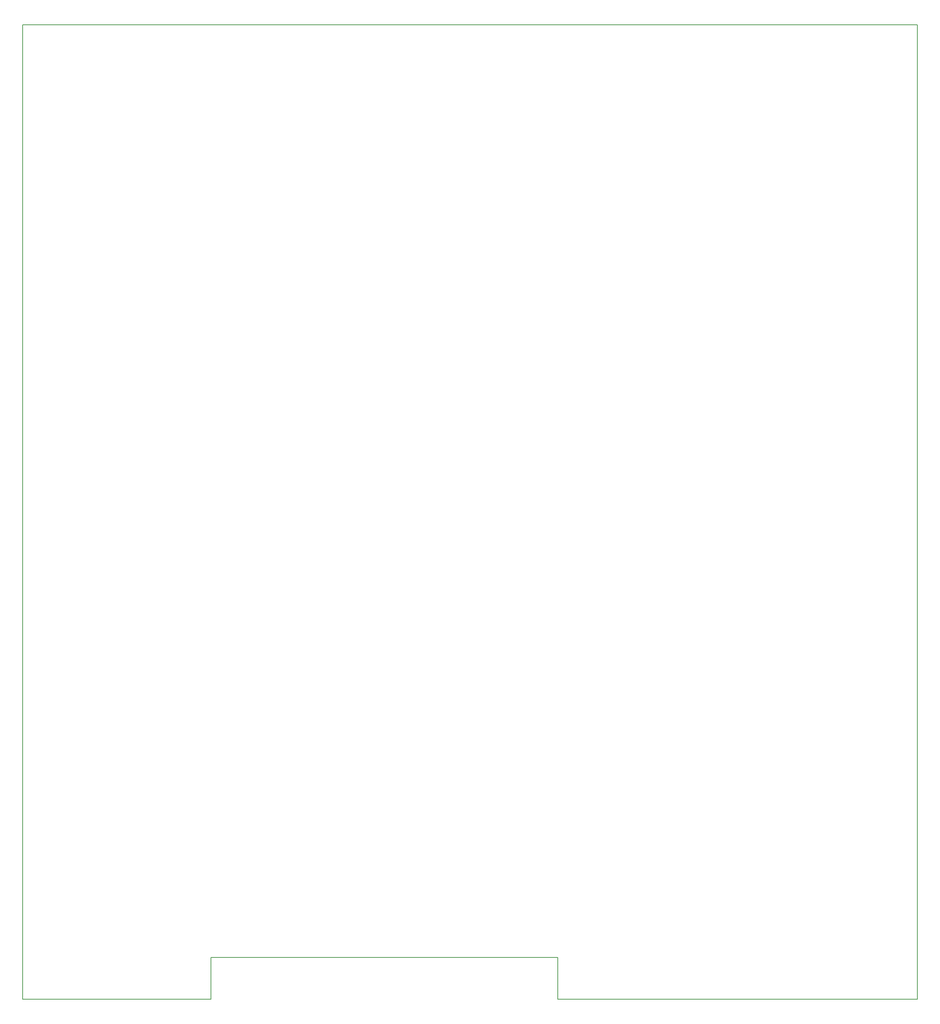
<source format=gbr>
%FSTAX23Y23*%
%MOIN*%
%SFA1B1*%

%IPPOS*%
%ADD30C,0.007874*%
%LNkeyboardmain_mechanical_1-1*%
%LPD*%
G54D30*
X05039Y0D02*
X08425D01*
X0D02*
X01771D01*
X05039D02*
Y00393D01*
X01771D02*
X05039D01*
X01771Y0D02*
Y00393D01*
X08425Y0D02*
Y09173D01*
X0D02*
X08425D01*
X0Y0D02*
Y09173D01*
M02*
</source>
